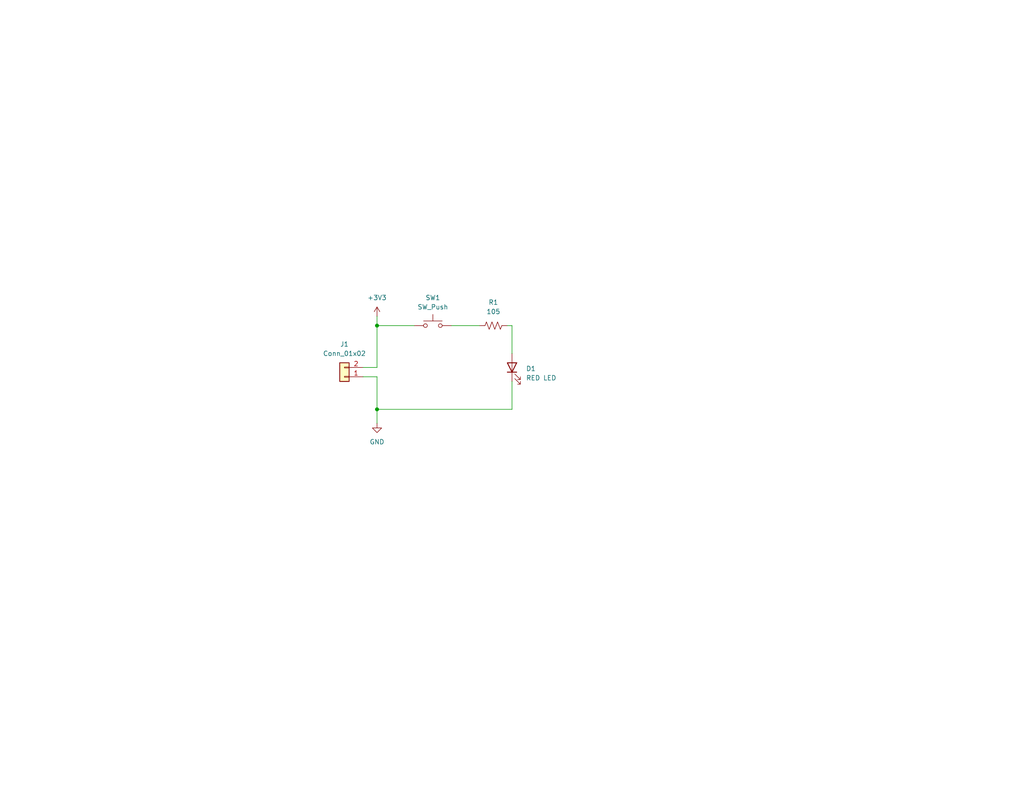
<source format=kicad_sch>
(kicad_sch (version 20231120) (generator "eeschema") (generator_version "8.0")
  (paper "USLetter")
  (title_block (title "Proj 1") (date "2022-08-16") (rev "0.0") (company "Illini Solar Car") (comment 1 "Designed By: Neha Kulkarni"))
  (lib_symbols
    (symbol "Connector_Generic:Conn_01x02" (pin_names (offset 1.016) hide)
      (property "Reference" "J" (at 0 2.54 0))
      (property "Value" "Conn_01x02" (at 0 -5.08 0))
      (symbol "Conn_01x02_1_1"
        (rectangle (start -1.27 -2.413) (end 0 -2.667) (stroke (width 0.1524)))
        (rectangle (start -1.27 0.127) (end 0 -0.127) (stroke (width 0.1524)))
        (rectangle (start -1.27 1.27) (end 1.27 -3.81) (stroke (width 0.254)) (fill (type background)))
        (pin passive line (at -5.08 0 0) (length 3.81) (name "Pin_1") (number "1"))
        (pin passive line (at -5.08 -2.54 0) (length 3.81) (name "Pin_2") (number "2"))
      )
    )
    (symbol "Device:LED" (pin_numbers hide) (pin_names (offset 1.016) hide)
      (property "Reference" "D" (at 0 2.54 0))
      (property "Value" "LED" (at 0 -2.54 0))
      (symbol "LED_0_1"
        (polyline (pts (xy -1.27 -1.27) (xy -1.27 1.27)) (stroke (width 0.254)))
        (polyline (pts (xy -1.27 0) (xy 1.27 0)))
        (polyline (pts (xy 1.27 -1.27) (xy 1.27 1.27) (xy -1.27 0) (xy 1.27 -1.27)) (stroke (width 0.254)))
        (polyline (pts (xy -3.048 -0.762) (xy -4.572 -2.286) (xy -3.81 -2.286) (xy -4.572 -2.286) (xy -4.572 -1.524)))
        (polyline (pts (xy -1.778 -0.762) (xy -3.302 -2.286) (xy -2.54 -2.286) (xy -3.302 -2.286) (xy -3.302 -1.524)))
      )
      (symbol "LED_1_1"
        (pin passive line (at -3.81 0 0) (length 2.54) (name "K") (number "1"))
        (pin passive line (at 3.81 0 180) (length 2.54) (name "A") (number "2"))
      )
    )
    (symbol "Device:R_US" (pin_numbers hide) (pin_names (offset 0))
      (property "Reference" "R" (at 2.54 0 90))
      (property "Value" "R_US" (at -2.54 0 90))
      (symbol "R_US_0_1"
        (polyline (pts (xy 0 -2.286) (xy 0 -2.54)))
        (polyline (pts (xy 0 2.286) (xy 0 2.54)))
        (polyline (pts (xy 0 -0.762) (xy 1.016 -1.143) (xy 0 -1.524) (xy -1.016 -1.905) (xy 0 -2.286)))
        (polyline (pts (xy 0 0.762) (xy 1.016 0.381) (xy 0 0) (xy -1.016 -0.381) (xy 0 -0.762)))
        (polyline (pts (xy 0 2.286) (xy 1.016 1.905) (xy 0 1.524) (xy -1.016 1.143) (xy 0 0.762)))
      )
      (symbol "R_US_1_1"
        (pin passive line (at 0 3.81 270) (length 1.27) (name "~") (number "1"))
        (pin passive line (at 0 -3.81 90) (length 1.27) (name "~") (number "2"))
      )
    )
    (symbol "Switch:SW_Push" (pin_numbers hide) (pin_names (offset 1.016) hide)
      (property "Reference" "SW" (at 1.27 2.54 0))
      (property "Value" "SW_Push" (at 0 -1.524 0))
      (symbol "SW_Push_0_1"
        (circle (center -2.032 0) (radius 0.508))
        (polyline (pts (xy 0 1.27) (xy 0 3.048)))
        (polyline (pts (xy 2.54 1.27) (xy -2.54 1.27)))
        (circle (center 2.032 0) (radius 0.508))
        (pin passive line (at -5.08 0 0) (length 2.54) (name "1") (number "1"))
        (pin passive line (at 5.08 0 180) (length 2.54) (name "2") (number "2"))
      )
    )
    (symbol "power:+3V3" (power) (pin_names (offset 0))
      (property "Value" "+3V3" (at 0 3.556 0))
      (symbol "+3V3_0_1"
        (polyline (pts (xy -0.762 1.27) (xy 0 2.54)))
        (polyline (pts (xy 0 0) (xy 0 2.54)))
        (polyline (pts (xy 0 2.54) (xy 0.762 1.27)))
      )
      (symbol "+3V3_1_1"
        (pin power_in line (at 0 0 90) (length 0) hide (name "+3V3") (number "1"))
      )
    )
    (symbol "power:GND" (power) (pin_names (offset 0))
      (property "Value" "GND" (at 0 -3.81 0))
      (symbol "GND_0_1"
        (polyline (pts (xy 0 0) (xy 0 -1.27) (xy 1.27 -1.27) (xy 0 -2.54) (xy -1.27 -1.27) (xy 0 -1.27)))
      )
      (symbol "GND_1_1"
        (pin power_in line (at 0 0 270) (length 0) hide (name "GND") (number "1"))
      )
    )
  )
  (junction (at 102.87 111.76))
  (junction (at 102.87 88.9))
  (wire (pts (xy 99.06 100.33) (xy 102.87 100.33)))
  (wire (pts (xy 102.87 88.9) (xy 102.87 86.36)))
  (wire (pts (xy 102.87 88.9) (xy 113.03 88.9)))
  (wire (pts (xy 138.43 88.9) (xy 139.7 88.9)))
  (wire (pts (xy 102.87 115.57) (xy 102.87 111.76)))
  (wire (pts (xy 102.87 102.87) (xy 102.87 111.76)))
  (wire (pts (xy 123.19 88.9) (xy 130.81 88.9)))
  (wire (pts (xy 139.7 88.9) (xy 139.7 96.52)))
  (wire (pts (xy 102.87 100.33) (xy 102.87 88.9)))
  (wire (pts (xy 99.06 102.87) (xy 102.87 102.87)))
  (wire (pts (xy 102.87 111.76) (xy 139.7 111.76)))
  (wire (pts (xy 139.7 104.14) (xy 139.7 111.76)))
  (symbol (lib_id "Connector_Generic:Conn_01x02") (at 93.98 102.87 180) (unit 1)
    (property "Reference" "J1" (at 93.98 93.98 0))
    (property "Value" "Conn_01x02" (at 93.98 96.52 0))
    (property "Footprint" "Connector_Molex:Molex_KK-254_AE-6410-02A_1x02_P2.54mm_Vertical" (effects (hide yes)))
    (property "Datasheet" "https://www.youtube.com/redirect?event=video_description&redir_token=QUFFLUhqa01VTE9pU0dRX1JZVkVQLUNGdGVsWHNBTDhIUXxBQ3Jtc0trX0VybVhGYXZiWG5jOTVaaGg0UDRGNUY5RU9GakhNbEdaeU5JenlGZFNhVXZ4NlktbG9UTHB6dFRkTkNYcGlqZEFJMl84LUdlNV9WcWthLU9IVE5SOEF6dkN4OGlLejBSSDNlUTJHekNES18yT1d6QQ&q=https%3A%2F%2Fwww.molex.com%2Fpdm_docs%2Fsd%2F022272021_sd.pdf&v=MJEWDFNcRlM" (effects (hide yes)))
    (property "Description" "Generic connector, single row, 01x02, script generated (kicad-library-utils/schlib/autogen/connector/)" (effects (hide yes)))
  )
  (symbol (lib_id "power:+3V3") (at 102.87 86.36 0) (unit 1)
    (property "Reference" "#PWR1" (effects (hide yes)))
    (property "Value" "+3V3" (at 102.87 81.28 0))
    (property "Description" "Power symbol creates a global label with name \"+3V3\"" (effects (hide yes)))
  )
  (symbol (lib_id "Device:LED") (at 139.7 100.33 90) (unit 1)
    (property "Reference" "D1" (at 143.51 100.6474 90) (effects (justify right)))
    (property "Value" "RED LED" (at 143.51 103.1874 90) (effects (justify right)))
    (property "Footprint" "layout:LED_0603_Symbol_on_F.SilkS" (effects (hide yes)))
    (property "Description" "Light emitting diode" (effects (hide yes)))
  )
  (symbol (lib_id "Device:R_US") (at 134.62 88.9 90) (unit 1)
    (property "Reference" "R1" (at 134.62 82.55 90))
    (property "Value" "105" (at 134.62 85.09 90))
    (property "Footprint" "Resistor_SMD:R_0603_1608Metric_Pad0.98x0.95mm_HandSolder" (effects (hide yes)))
    (property "Description" "Resistor, US symbol" (effects (hide yes)))
  )
  (symbol (lib_id "power:GND") (at 102.87 115.57 0) (unit 1)
    (property "Reference" "#PWR2" (effects (hide yes)))
    (property "Value" "GND" (at 102.87 120.65 0))
    (property "Description" "Power symbol creates a global label with name \"GND\" , ground" (effects (hide yes)))
  )
  (symbol (lib_id "Switch:SW_Push") (at 118.11 88.9 0) (unit 1)
    (property "Reference" "SW1" (at 118.11 81.28 0))
    (property "Value" "SW_Push" (at 118.11 83.82 0))
    (property "Footprint" "Button_Switch_SMD:SW_DIP_SPSTx01_Slide_6.7x4.1mm_W8.61mm_P2.54mm_LowProfile" (effects (hide yes)))
    (property "Datasheet" "https://www.youtube.com/redirect?event=video_description&redir_token=QUFFLUhqbnlNSURQaWFKdFZsSDV1bVkyWHNIUFMyalE3d3xBQ3Jtc0tuUXJvU2dJSDVBd3B1LXBDR1Vidm94VS05VjFsX1hDV19TRjR3eEZJaUpLSnl0RW1ZWWZzTTY3Ym1DeUZhdmxJaWFuYkhOWWlmRk1USG9aZ0tFa1VGXzFsMTd3VnhTbXpweUpibmgzSjA1S01EWkZ6OA&q=https%3A%2F%2Fwww.digikey.com%2Fproduct-detail%2Fen%2Fte-connectivity-alcoswitch-switches%2F1825910-6%2F450-1650-ND%2F1632536%3Futm_adgroup%3DSupplier_TE%26utm_source%3Dgoogle%26utm_medium%3Dcpc%26utm_campaign%3DEN_Product_SKU_MBR%26utm_term%3D%252B1825910-6%26utm_content%3DSupplier_TE%26gclid%3DCj0KCQjwp4j6BRCRARIsAGq4yMGhBEsv1v5KcRzgW34aOMlPkoRB4A-7BCN08FfGaiq_Dk_nlKJ0QU8aAhZPEALw_wcB&v=MJEWDFNcRlM" (effects (hide yes)))
    (property "Description" "Push button switch, generic, two pins" (effects (hide yes)))
  )
)
</source>
